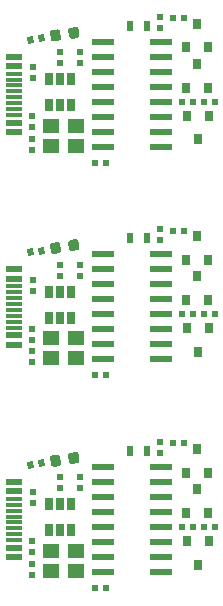
<source format=gtp>
%MOIN*%
%OFA0B0*%
%FSLAX46Y46*%
%IPPOS*%
%LPD*%
%ADD10R,0.031496062992125991X0.035433070866141732*%
%ADD11R,0.055118110236220472X0.047244094488188976*%
%ADD12R,0.076771653543307089X0.023622047244094488*%
%ADD13R,0.025590551181102365X0.041732283464566935*%
%ADD14R,0.01968503937007874X0.023622047244094488*%
%ADD15C,0.0039370078740157488*%
%ADD16R,0.023622047244094488X0.01968503937007874*%
%ADD17R,0.057086614173228349X0.023622047244094488*%
%ADD18R,0.057086614173228349X0.011811023622047244*%
%ADD19R,0.023622047244094488X0.035433070866141732*%
%ADD30R,0.031496062992125991X0.035433070866141732*%
%ADD31R,0.055118110236220472X0.047244094488188976*%
%ADD32R,0.076771653543307089X0.023622047244094488*%
%ADD33R,0.025590551181102365X0.041732283464566935*%
%ADD34R,0.01968503937007874X0.023622047244094488*%
%ADD35C,0.0039370078740157488*%
%ADD36R,0.023622047244094488X0.01968503937007874*%
%ADD37R,0.057086614173228349X0.023622047244094488*%
%ADD38R,0.057086614173228349X0.011811023622047244*%
%ADD39R,0.023622047244094488X0.035433070866141732*%
%ADD40R,0.031496062992125991X0.035433070866141732*%
%ADD41R,0.055118110236220472X0.047244094488188976*%
%ADD42R,0.076771653543307089X0.023622047244094488*%
%ADD43R,0.025590551181102365X0.041732283464566935*%
%ADD44R,0.01968503937007874X0.023622047244094488*%
%ADD45C,0.0039370078740157488*%
%ADD46R,0.023622047244094488X0.01968503937007874*%
%ADD47R,0.057086614173228349X0.023622047244094488*%
%ADD48R,0.057086614173228349X0.011811023622047244*%
%ADD49R,0.023622047244094488X0.035433070866141732*%
D10*
X-0003700787Y0005669291D02*
X0001122047Y0001967519D03*
X0001159448Y0001888779D03*
X0001084645Y0001888779D03*
D11*
X0000720472Y0001561023D03*
X0000633858Y0001561023D03*
X0000633858Y0001627952D03*
X0000720472Y0001627952D03*
D12*
X0001002952Y0001907283D03*
X0001002952Y0001857283D03*
X0001002952Y0001807283D03*
X0001002952Y0001757283D03*
X0001002952Y0001707283D03*
X0001002952Y0001657283D03*
X0001002952Y0001607283D03*
X0001002952Y0001557283D03*
X0000808070Y0001557283D03*
X0000808070Y0001607283D03*
X0000808070Y0001657283D03*
X0000808070Y0001707283D03*
X0000808070Y0001757283D03*
X0000808070Y0001807283D03*
X0000808070Y0001857283D03*
X0000808070Y0001907283D03*
D13*
X0000665354Y0001783464D03*
X0000627952Y0001783464D03*
X0000702755Y0001783464D03*
X0000702755Y0001696850D03*
X0000665354Y0001696850D03*
X0000627952Y0001696850D03*
D14*
X0001077559Y0001986220D03*
X0001040551Y0001986220D03*
X0001071062Y0001707677D03*
X0001108070Y0001707677D03*
X0001182874Y0001707677D03*
X0001145866Y0001707677D03*
D15*
G36*
X0000574333Y0001927723D02*
G01*
X0000577825Y0001904361D01*
X0000558356Y0001901451D01*
X0000554864Y0001924814D01*
X0000574333Y0001927723D01*
G37*
G36*
X0000610934Y0001933193D02*
G01*
X0000614426Y0001909831D01*
X0000594957Y0001906921D01*
X0000591466Y0001930284D01*
X0000610934Y0001933193D01*
G37*
D16*
X0000570866Y0001660236D03*
X0000570866Y0001623228D03*
X0000574803Y0001786614D03*
X0000574803Y0001823622D03*
D10*
X0001122047Y0001833661D03*
X0001159448Y0001754921D03*
X0001084645Y0001754921D03*
X0001125984Y0001581692D03*
X0001088582Y0001660433D03*
X0001163385Y0001660433D03*
D17*
X0000511811Y0001826771D03*
X0000511811Y0001637795D03*
X0000511811Y0001606299D03*
X0000511811Y0001858267D03*
X0000511811Y0001606299D03*
X0000511811Y0001637795D03*
D18*
X0000511811Y0001663385D03*
X0000511811Y0001683070D03*
X0000511811Y0001702755D03*
X0000511811Y0001722440D03*
X0000511811Y0001742125D03*
X0000511811Y0001761811D03*
X0000511811Y0001781496D03*
X0000511811Y0001801181D03*
D17*
X0000511811Y0001826771D03*
X0000511811Y0001858267D03*
D15*
G36*
X0000720046Y0001957424D02*
G01*
X0000720875Y0001957260D01*
X0000721684Y0001957016D01*
X0000722465Y0001956693D01*
X0000723211Y0001956296D01*
X0000723914Y0001955827D01*
X0000724568Y0001955291D01*
X0000725167Y0001954694D01*
X0000725703Y0001954042D01*
X0000726174Y0001953339D01*
X0000726573Y0001952594D01*
X0000726897Y0001951814D01*
X0000727143Y0001951006D01*
X0000727309Y0001950177D01*
X0000730292Y0001930221D01*
X0000730375Y0001929380D01*
X0000730376Y0001928535D01*
X0000730294Y0001927694D01*
X0000730130Y0001926865D01*
X0000729886Y0001926056D01*
X0000729563Y0001925275D01*
X0000729166Y0001924529D01*
X0000728697Y0001923825D01*
X0000728162Y0001923172D01*
X0000727565Y0001922573D01*
X0000726912Y0001922036D01*
X0000726210Y0001921566D01*
X0000725465Y0001921167D01*
X0000724684Y0001920843D01*
X0000723876Y0001920596D01*
X0000723047Y0001920431D01*
X0000706012Y0001917885D01*
X0000705171Y0001917801D01*
X0000704326Y0001917800D01*
X0000703484Y0001917882D01*
X0000702655Y0001918046D01*
X0000701846Y0001918290D01*
X0000701065Y0001918613D01*
X0000700319Y0001919011D01*
X0000699616Y0001919479D01*
X0000698962Y0001920015D01*
X0000698364Y0001920612D01*
X0000697827Y0001921264D01*
X0000697357Y0001921967D01*
X0000696958Y0001922712D01*
X0000696633Y0001923492D01*
X0000696387Y0001924301D01*
X0000696221Y0001925129D01*
X0000693239Y0001945085D01*
X0000693155Y0001945926D01*
X0000693154Y0001946771D01*
X0000693236Y0001947612D01*
X0000693400Y0001948441D01*
X0000693645Y0001949250D01*
X0000693967Y0001950032D01*
X0000694365Y0001950777D01*
X0000694833Y0001951481D01*
X0000695369Y0001952134D01*
X0000695966Y0001952733D01*
X0000696619Y0001953270D01*
X0000697321Y0001953740D01*
X0000698066Y0001954139D01*
X0000698846Y0001954463D01*
X0000699655Y0001954710D01*
X0000700483Y0001954875D01*
X0000717519Y0001957421D01*
X0000718360Y0001957505D01*
X0000719205Y0001957506D01*
X0000720046Y0001957424D01*
G37*
G36*
X0000658719Y0001948259D02*
G01*
X0000659548Y0001948095D01*
X0000660357Y0001947850D01*
X0000661139Y0001947528D01*
X0000661884Y0001947130D01*
X0000662588Y0001946661D01*
X0000663241Y0001946126D01*
X0000663840Y0001945529D01*
X0000664377Y0001944876D01*
X0000664847Y0001944174D01*
X0000665246Y0001943429D01*
X0000665570Y0001942649D01*
X0000665817Y0001941840D01*
X0000665982Y0001941011D01*
X0000668965Y0001921056D01*
X0000669049Y0001920215D01*
X0000669050Y0001919370D01*
X0000668968Y0001918529D01*
X0000668804Y0001917699D01*
X0000668559Y0001916890D01*
X0000668237Y0001916109D01*
X0000667839Y0001915363D01*
X0000667370Y0001914660D01*
X0000666835Y0001914006D01*
X0000666238Y0001913408D01*
X0000665585Y0001912871D01*
X0000664883Y0001912401D01*
X0000664138Y0001912002D01*
X0000663357Y0001911677D01*
X0000662549Y0001911431D01*
X0000661720Y0001911265D01*
X0000644685Y0001908719D01*
X0000643844Y0001908636D01*
X0000642999Y0001908635D01*
X0000642158Y0001908717D01*
X0000641329Y0001908881D01*
X0000640520Y0001909125D01*
X0000639738Y0001909448D01*
X0000638993Y0001909845D01*
X0000638289Y0001910314D01*
X0000637635Y0001910849D01*
X0000637037Y0001911446D01*
X0000636500Y0001912099D01*
X0000636030Y0001912801D01*
X0000635631Y0001913546D01*
X0000635306Y0001914327D01*
X0000635060Y0001915135D01*
X0000634894Y0001915964D01*
X0000631912Y0001935920D01*
X0000631828Y0001936761D01*
X0000631827Y0001937606D01*
X0000631909Y0001938447D01*
X0000632073Y0001939276D01*
X0000632318Y0001940085D01*
X0000632640Y0001940866D01*
X0000633038Y0001941612D01*
X0000633507Y0001942315D01*
X0000634042Y0001942969D01*
X0000634639Y0001943567D01*
X0000635292Y0001944104D01*
X0000635994Y0001944575D01*
X0000636739Y0001944974D01*
X0000637520Y0001945298D01*
X0000638328Y0001945544D01*
X0000639157Y0001945710D01*
X0000656192Y0001948256D01*
X0000657033Y0001948340D01*
X0000657878Y0001948341D01*
X0000658719Y0001948259D01*
G37*
D16*
X0000732283Y0001872834D03*
X0000732283Y0001835826D03*
D14*
X0000780708Y0001503937D03*
X0000817716Y0001503937D03*
D16*
X0000570866Y0001584251D03*
X0000570866Y0001547244D03*
X0000998031Y0001990944D03*
X0000998031Y0001953936D03*
X0000665354Y0001872834D03*
X0000665354Y0001835826D03*
D19*
X0000897637Y0001960629D03*
X0000956692Y0001960629D03*
G04 next file*
G04 #@! TF.GenerationSoftware,KiCad,Pcbnew,5.1.5-52549c5~84~ubuntu19.10.1*
G04 #@! TF.CreationDate,2020-03-14T21:45:10+01:00*
G04 #@! TF.ProjectId,ESP-TC-PROG,4553502d-5443-42d5-9052-4f472e6b6963,rev?*
G04 #@! TF.SameCoordinates,Original*
G04 #@! TF.FileFunction,Paste,Top*
G04 #@! TF.FilePolarity,Positive*
G04 Gerber Fmt 4.6, Leading zero omitted, Abs format (unit mm)*
G04 Created by KiCad (PCBNEW 5.1.5-52549c5~84~ubuntu19.10.1) date 2020-03-14 21:45:10*
G04 APERTURE LIST*
G04 APERTURE END LIST*
D30*
X-0003700787Y0004251968D02*
X0001122047Y0000550196D03*
X0001159448Y0000471456D03*
X0001084645Y0000471456D03*
D31*
X0000720472Y0000143700D03*
X0000633858Y0000143700D03*
X0000633858Y0000210629D03*
X0000720472Y0000210629D03*
D32*
X0001002952Y0000489960D03*
X0001002952Y0000439960D03*
X0001002952Y0000389960D03*
X0001002952Y0000339960D03*
X0001002952Y0000289960D03*
X0001002952Y0000239960D03*
X0001002952Y0000189960D03*
X0001002952Y0000139960D03*
X0000808070Y0000139960D03*
X0000808070Y0000189960D03*
X0000808070Y0000239960D03*
X0000808070Y0000289960D03*
X0000808070Y0000339960D03*
X0000808070Y0000389960D03*
X0000808070Y0000439960D03*
X0000808070Y0000489960D03*
D33*
X0000665354Y0000366141D03*
X0000627952Y0000366141D03*
X0000702755Y0000366141D03*
X0000702755Y0000279527D03*
X0000665354Y0000279527D03*
X0000627952Y0000279527D03*
D34*
X0001077559Y0000568897D03*
X0001040551Y0000568897D03*
X0001071062Y0000290354D03*
X0001108070Y0000290354D03*
X0001182874Y0000290354D03*
X0001145866Y0000290354D03*
D35*
G36*
X0000574333Y0000510401D02*
G01*
X0000577825Y0000487038D01*
X0000558356Y0000484128D01*
X0000554864Y0000507491D01*
X0000574333Y0000510401D01*
G37*
G36*
X0000610934Y0000515871D02*
G01*
X0000614426Y0000492508D01*
X0000594957Y0000489598D01*
X0000591466Y0000512961D01*
X0000610934Y0000515871D01*
G37*
D36*
X0000570866Y0000242913D03*
X0000570866Y0000205905D03*
X0000574803Y0000369291D03*
X0000574803Y0000406299D03*
D30*
X0001122047Y0000416338D03*
X0001159448Y0000337598D03*
X0001084645Y0000337598D03*
X0001125984Y0000164370D03*
X0001088582Y0000243110D03*
X0001163385Y0000243110D03*
D37*
X0000511811Y0000409448D03*
X0000511811Y0000220472D03*
X0000511811Y0000188976D03*
X0000511811Y0000440944D03*
X0000511811Y0000188976D03*
X0000511811Y0000220472D03*
D38*
X0000511811Y0000246062D03*
X0000511811Y0000265748D03*
X0000511811Y0000285433D03*
X0000511811Y0000305118D03*
X0000511811Y0000324803D03*
X0000511811Y0000344488D03*
X0000511811Y0000364173D03*
X0000511811Y0000383858D03*
D37*
X0000511811Y0000409448D03*
X0000511811Y0000440944D03*
D35*
G36*
X0000720046Y0000540101D02*
G01*
X0000720875Y0000539937D01*
X0000721684Y0000539693D01*
X0000722465Y0000539370D01*
X0000723211Y0000538973D01*
X0000723914Y0000538504D01*
X0000724568Y0000537968D01*
X0000725167Y0000537371D01*
X0000725703Y0000536719D01*
X0000726174Y0000536017D01*
X0000726573Y0000535272D01*
X0000726897Y0000534491D01*
X0000727143Y0000533683D01*
X0000727309Y0000532854D01*
X0000730292Y0000512898D01*
X0000730375Y0000512057D01*
X0000730376Y0000511212D01*
X0000730294Y0000510371D01*
X0000730130Y0000509542D01*
X0000729886Y0000508733D01*
X0000729563Y0000507952D01*
X0000729166Y0000507206D01*
X0000728697Y0000506503D01*
X0000728162Y0000505849D01*
X0000727565Y0000505250D01*
X0000726912Y0000504714D01*
X0000726210Y0000504243D01*
X0000725465Y0000503844D01*
X0000724684Y0000503520D01*
X0000723876Y0000503274D01*
X0000723047Y0000503108D01*
X0000706012Y0000500562D01*
X0000705171Y0000500478D01*
X0000704326Y0000500477D01*
X0000703484Y0000500559D01*
X0000702655Y0000500723D01*
X0000701846Y0000500967D01*
X0000701065Y0000501290D01*
X0000700319Y0000501688D01*
X0000699616Y0000502156D01*
X0000698962Y0000502692D01*
X0000698364Y0000503289D01*
X0000697827Y0000503942D01*
X0000697357Y0000504644D01*
X0000696958Y0000505389D01*
X0000696633Y0000506169D01*
X0000696387Y0000506978D01*
X0000696221Y0000507806D01*
X0000693239Y0000527762D01*
X0000693155Y0000528603D01*
X0000693154Y0000529448D01*
X0000693236Y0000530289D01*
X0000693400Y0000531119D01*
X0000693645Y0000531927D01*
X0000693967Y0000532709D01*
X0000694365Y0000533455D01*
X0000694833Y0000534158D01*
X0000695369Y0000534812D01*
X0000695966Y0000535410D01*
X0000696619Y0000535947D01*
X0000697321Y0000536417D01*
X0000698066Y0000536816D01*
X0000698846Y0000537141D01*
X0000699655Y0000537387D01*
X0000700483Y0000537553D01*
X0000717519Y0000540099D01*
X0000718360Y0000540182D01*
X0000719205Y0000540183D01*
X0000720046Y0000540101D01*
G37*
G36*
X0000658719Y0000530936D02*
G01*
X0000659548Y0000530772D01*
X0000660357Y0000530528D01*
X0000661139Y0000530205D01*
X0000661884Y0000529807D01*
X0000662588Y0000529339D01*
X0000663241Y0000528803D01*
X0000663840Y0000528206D01*
X0000664377Y0000527553D01*
X0000664847Y0000526851D01*
X0000665246Y0000526106D01*
X0000665570Y0000525326D01*
X0000665817Y0000524517D01*
X0000665982Y0000523689D01*
X0000668965Y0000503733D01*
X0000669049Y0000502892D01*
X0000669050Y0000502047D01*
X0000668968Y0000501206D01*
X0000668804Y0000500377D01*
X0000668559Y0000499567D01*
X0000668237Y0000498786D01*
X0000667839Y0000498041D01*
X0000667370Y0000497337D01*
X0000666835Y0000496683D01*
X0000666238Y0000496085D01*
X0000665585Y0000495548D01*
X0000664883Y0000495078D01*
X0000664138Y0000494679D01*
X0000663357Y0000494354D01*
X0000662549Y0000494108D01*
X0000661720Y0000493942D01*
X0000644685Y0000491396D01*
X0000643844Y0000491313D01*
X0000642999Y0000491312D01*
X0000642158Y0000491394D01*
X0000641329Y0000491558D01*
X0000640520Y0000491802D01*
X0000639738Y0000492125D01*
X0000638993Y0000492522D01*
X0000638289Y0000492991D01*
X0000637635Y0000493527D01*
X0000637037Y0000494124D01*
X0000636500Y0000494776D01*
X0000636030Y0000495478D01*
X0000635631Y0000496223D01*
X0000635306Y0000497004D01*
X0000635060Y0000497812D01*
X0000634894Y0000498641D01*
X0000631912Y0000518597D01*
X0000631828Y0000519438D01*
X0000631827Y0000520283D01*
X0000631909Y0000521124D01*
X0000632073Y0000521953D01*
X0000632318Y0000522762D01*
X0000632640Y0000523543D01*
X0000633038Y0000524289D01*
X0000633507Y0000524992D01*
X0000634042Y0000525646D01*
X0000634639Y0000526245D01*
X0000635292Y0000526781D01*
X0000635994Y0000527252D01*
X0000636739Y0000527651D01*
X0000637520Y0000527975D01*
X0000638328Y0000528221D01*
X0000639157Y0000528387D01*
X0000656192Y0000530933D01*
X0000657033Y0000531017D01*
X0000657878Y0000531018D01*
X0000658719Y0000530936D01*
G37*
D36*
X0000732283Y0000455511D03*
X0000732283Y0000418503D03*
D34*
X0000780708Y0000086614D03*
X0000817716Y0000086614D03*
D36*
X0000570866Y0000166929D03*
X0000570866Y0000129921D03*
X0000998031Y0000573622D03*
X0000998031Y0000536614D03*
X0000665354Y0000455511D03*
X0000665354Y0000418503D03*
D39*
X0000897637Y0000543307D03*
X0000956692Y0000543307D03*
G04 next file*
G04 #@! TF.GenerationSoftware,KiCad,Pcbnew,5.1.5-52549c5~84~ubuntu19.10.1*
G04 #@! TF.CreationDate,2020-03-14T22:11:12+01:00*
G04 #@! TF.ProjectId,edgerail,65646765-7261-4696-9c2e-6b696361645f,rev?*
G04 #@! TF.SameCoordinates,Original*
G04 #@! TF.FileFunction,Paste,Top*
G04 #@! TF.FilePolarity,Positive*
G04 Gerber Fmt 4.6, Leading zero omitted, Abs format (unit mm)*
G04 Created by KiCad (PCBNEW 5.1.5-52549c5~84~ubuntu19.10.1) date 2020-03-14 22:11:12*
G04 APERTURE LIST*
G04 APERTURE END LIST*
G04 next file*
G04 #@! TF.GenerationSoftware,KiCad,Pcbnew,5.1.5-52549c5~84~ubuntu19.10.1*
G04 #@! TF.CreationDate,2020-03-14T22:11:12+01:00*
G04 #@! TF.ProjectId,edgerail,65646765-7261-4696-9c2e-6b696361645f,rev?*
G04 #@! TF.SameCoordinates,Original*
G04 #@! TF.FileFunction,Paste,Top*
G04 #@! TF.FilePolarity,Positive*
G04 Gerber Fmt 4.6, Leading zero omitted, Abs format (unit mm)*
G04 Created by KiCad (PCBNEW 5.1.5-52549c5~84~ubuntu19.10.1) date 2020-03-14 22:11:12*
G04 APERTURE LIST*
G04 APERTURE END LIST*
G04 next file*
G04 #@! TF.GenerationSoftware,KiCad,Pcbnew,5.1.5-52549c5~84~ubuntu19.10.1*
G04 #@! TF.CreationDate,2020-03-14T21:45:10+01:00*
G04 #@! TF.ProjectId,ESP-TC-PROG,4553502d-5443-42d5-9052-4f472e6b6963,rev?*
G04 #@! TF.SameCoordinates,Original*
G04 #@! TF.FileFunction,Paste,Top*
G04 #@! TF.FilePolarity,Positive*
G04 Gerber Fmt 4.6, Leading zero omitted, Abs format (unit mm)*
G04 Created by KiCad (PCBNEW 5.1.5-52549c5~84~ubuntu19.10.1) date 2020-03-14 21:45:10*
G04 APERTURE LIST*
G04 APERTURE END LIST*
D40*
X-0003700787Y0004960629D02*
X0001122047Y0001258858D03*
X0001159448Y0001180118D03*
X0001084645Y0001180118D03*
D41*
X0000720472Y0000852362D03*
X0000633858Y0000852362D03*
X0000633858Y0000919291D03*
X0000720472Y0000919291D03*
D42*
X0001002952Y0001198622D03*
X0001002952Y0001148622D03*
X0001002952Y0001098622D03*
X0001002952Y0001048622D03*
X0001002952Y0000998622D03*
X0001002952Y0000948622D03*
X0001002952Y0000898622D03*
X0001002952Y0000848622D03*
X0000808070Y0000848622D03*
X0000808070Y0000898622D03*
X0000808070Y0000948622D03*
X0000808070Y0000998622D03*
X0000808070Y0001048622D03*
X0000808070Y0001098622D03*
X0000808070Y0001148622D03*
X0000808070Y0001198622D03*
D43*
X0000665354Y0001074803D03*
X0000627952Y0001074803D03*
X0000702755Y0001074803D03*
X0000702755Y0000988188D03*
X0000665354Y0000988188D03*
X0000627952Y0000988188D03*
D44*
X0001077559Y0001277559D03*
X0001040551Y0001277559D03*
X0001071062Y0000999015D03*
X0001108070Y0000999015D03*
X0001182874Y0000999015D03*
X0001145866Y0000999015D03*
D45*
G36*
X0000574333Y0001219062D02*
G01*
X0000577825Y0001195699D01*
X0000558356Y0001192790D01*
X0000554864Y0001216152D01*
X0000574333Y0001219062D01*
G37*
G36*
X0000610934Y0001224532D02*
G01*
X0000614426Y0001201170D01*
X0000594957Y0001198260D01*
X0000591466Y0001221622D01*
X0000610934Y0001224532D01*
G37*
D46*
X0000570866Y0000951574D03*
X0000570866Y0000914566D03*
X0000574803Y0001077952D03*
X0000574803Y0001114960D03*
D40*
X0001122047Y0001125000D03*
X0001159448Y0001046259D03*
X0001084645Y0001046259D03*
X0001125984Y0000873031D03*
X0001088582Y0000951771D03*
X0001163385Y0000951771D03*
D47*
X0000511811Y0001118110D03*
X0000511811Y0000929133D03*
X0000511811Y0000897637D03*
X0000511811Y0001149606D03*
X0000511811Y0000897637D03*
X0000511811Y0000929133D03*
D48*
X0000511811Y0000954724D03*
X0000511811Y0000974409D03*
X0000511811Y0000994094D03*
X0000511811Y0001013779D03*
X0000511811Y0001033464D03*
X0000511811Y0001053149D03*
X0000511811Y0001072834D03*
X0000511811Y0001092519D03*
D47*
X0000511811Y0001118110D03*
X0000511811Y0001149606D03*
D45*
G36*
X0000720046Y0001248763D02*
G01*
X0000720875Y0001248599D01*
X0000721684Y0001248354D01*
X0000722465Y0001248032D01*
X0000723211Y0001247634D01*
X0000723914Y0001247165D01*
X0000724568Y0001246630D01*
X0000725167Y0001246033D01*
X0000725703Y0001245380D01*
X0000726174Y0001244678D01*
X0000726573Y0001243933D01*
X0000726897Y0001243153D01*
X0000727143Y0001242344D01*
X0000727309Y0001241515D01*
X0000730292Y0001221560D01*
X0000730375Y0001220719D01*
X0000730376Y0001219874D01*
X0000730294Y0001219032D01*
X0000730130Y0001218203D01*
X0000729886Y0001217394D01*
X0000729563Y0001216613D01*
X0000729166Y0001215867D01*
X0000728697Y0001215164D01*
X0000728162Y0001214510D01*
X0000727565Y0001213912D01*
X0000726912Y0001213375D01*
X0000726210Y0001212905D01*
X0000725465Y0001212505D01*
X0000724684Y0001212181D01*
X0000723876Y0001211935D01*
X0000723047Y0001211769D01*
X0000706012Y0001209223D01*
X0000705171Y0001209139D01*
X0000704326Y0001209139D01*
X0000703484Y0001209221D01*
X0000702655Y0001209385D01*
X0000701846Y0001209629D01*
X0000701065Y0001209952D01*
X0000700319Y0001210349D01*
X0000699616Y0001210818D01*
X0000698962Y0001211353D01*
X0000698364Y0001211950D01*
X0000697827Y0001212603D01*
X0000697357Y0001213305D01*
X0000696958Y0001214050D01*
X0000696633Y0001214831D01*
X0000696387Y0001215639D01*
X0000696221Y0001216468D01*
X0000693239Y0001236423D01*
X0000693155Y0001237264D01*
X0000693154Y0001238110D01*
X0000693236Y0001238951D01*
X0000693400Y0001239780D01*
X0000693645Y0001240589D01*
X0000693967Y0001241370D01*
X0000694365Y0001242116D01*
X0000694833Y0001242819D01*
X0000695369Y0001243473D01*
X0000695966Y0001244071D01*
X0000696619Y0001244608D01*
X0000697321Y0001245078D01*
X0000698066Y0001245478D01*
X0000698846Y0001245802D01*
X0000699655Y0001246048D01*
X0000700483Y0001246214D01*
X0000717519Y0001248760D01*
X0000718360Y0001248844D01*
X0000719205Y0001248845D01*
X0000720046Y0001248763D01*
G37*
G36*
X0000658719Y0001239597D02*
G01*
X0000659548Y0001239433D01*
X0000660357Y0001239189D01*
X0000661139Y0001238866D01*
X0000661884Y0001238469D01*
X0000662588Y0001238000D01*
X0000663241Y0001237465D01*
X0000663840Y0001236868D01*
X0000664377Y0001236215D01*
X0000664847Y0001235513D01*
X0000665246Y0001234768D01*
X0000665570Y0001233987D01*
X0000665817Y0001233179D01*
X0000665982Y0001232350D01*
X0000668965Y0001212394D01*
X0000669049Y0001211553D01*
X0000669050Y0001210708D01*
X0000668968Y0001209867D01*
X0000668804Y0001209038D01*
X0000668559Y0001208229D01*
X0000668237Y0001207448D01*
X0000667839Y0001206702D01*
X0000667370Y0001205999D01*
X0000666835Y0001205345D01*
X0000666238Y0001204747D01*
X0000665585Y0001204210D01*
X0000664883Y0001203739D01*
X0000664138Y0001203340D01*
X0000663357Y0001203016D01*
X0000662549Y0001202770D01*
X0000661720Y0001202604D01*
X0000644685Y0001200058D01*
X0000643844Y0001199974D01*
X0000642999Y0001199973D01*
X0000642158Y0001200055D01*
X0000641329Y0001200219D01*
X0000640520Y0001200464D01*
X0000639738Y0001200786D01*
X0000638993Y0001201184D01*
X0000638289Y0001201652D01*
X0000637635Y0001202188D01*
X0000637037Y0001202785D01*
X0000636500Y0001203438D01*
X0000636030Y0001204140D01*
X0000635631Y0001204885D01*
X0000635306Y0001205665D01*
X0000635060Y0001206474D01*
X0000634894Y0001207303D01*
X0000631912Y0001227258D01*
X0000631828Y0001228099D01*
X0000631827Y0001228944D01*
X0000631909Y0001229785D01*
X0000632073Y0001230615D01*
X0000632318Y0001231424D01*
X0000632640Y0001232205D01*
X0000633038Y0001232951D01*
X0000633507Y0001233654D01*
X0000634042Y0001234308D01*
X0000634639Y0001234906D01*
X0000635292Y0001235443D01*
X0000635994Y0001235913D01*
X0000636739Y0001236312D01*
X0000637520Y0001236637D01*
X0000638328Y0001236883D01*
X0000639157Y0001237049D01*
X0000656192Y0001239595D01*
X0000657033Y0001239678D01*
X0000657878Y0001239679D01*
X0000658719Y0001239597D01*
G37*
D46*
X0000732283Y0001164173D03*
X0000732283Y0001127165D03*
D44*
X0000780708Y0000795275D03*
X0000817716Y0000795275D03*
D46*
X0000570866Y0000875590D03*
X0000570866Y0000838582D03*
X0000998031Y0001282283D03*
X0000998031Y0001245275D03*
X0000665354Y0001164173D03*
X0000665354Y0001127165D03*
D49*
X0000897637Y0001251968D03*
X0000956692Y0001251968D03*
M02*
</source>
